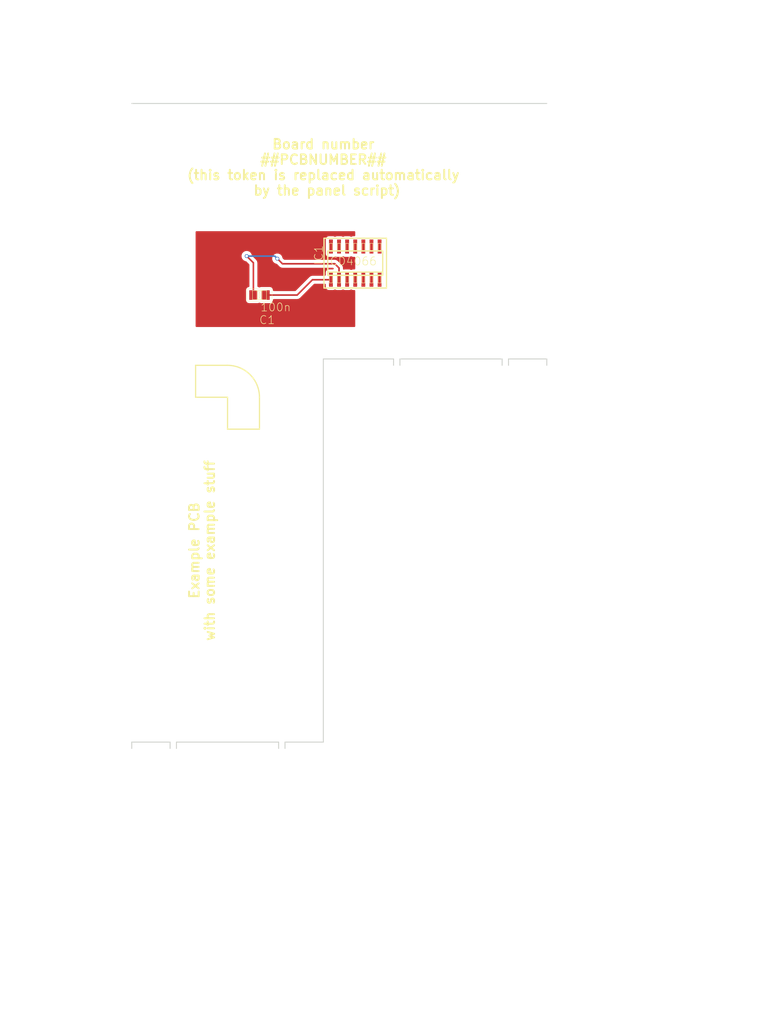
<source format=kicad_pcb>
(kicad_pcb (version 4) (host pcbnew no-vcs-found-product)

  (general
    (links 0)
    (no_connects 0)
    (area 29.714288 34.15 151.714286 194.000001)
    (thickness 1.6)
    (drawings 72)
    (tracks 13)
    (zones 0)
    (modules 2)
    (nets 1)
  )

  (page A3 portrait)
  (layers
    (0 F.Cu signal)
    (31 B.Cu signal)
    (32 B.Adhes user)
    (33 F.Adhes user)
    (34 B.Paste user)
    (35 F.Paste user)
    (36 B.SilkS user)
    (37 F.SilkS user)
    (38 B.Mask user)
    (39 F.Mask user)
    (40 Dwgs.User user)
    (41 Cmts.User user)
    (42 Eco1.User user)
    (43 Eco2.User user)
    (44 Edge.Cuts user)
    (45 Margin user)
    (46 B.CrtYd user)
    (47 F.CrtYd user)
    (48 B.Fab user)
    (49 F.Fab user)
  )

  (setup
    (last_trace_width 0.25)
    (trace_clearance 0.2)
    (zone_clearance 0.5)
    (zone_45_only no)
    (trace_min 0.2)
    (segment_width 0.2)
    (edge_width 0.15)
    (via_size 0.6)
    (via_drill 0.4)
    (via_min_size 0.4)
    (via_min_drill 0.3)
    (uvia_size 0.3)
    (uvia_drill 0.1)
    (uvias_allowed no)
    (uvia_min_size 0.2)
    (uvia_min_drill 0.1)
    (pcb_text_width 0.3)
    (pcb_text_size 1.5 1.5)
    (mod_edge_width 0.15)
    (mod_text_size 1 1)
    (mod_text_width 0.15)
    (pad_size 1.29794 1.4986)
    (pad_drill 0)
    (pad_to_mask_clearance 0.2)
    (aux_axis_origin 50 50)
    (grid_origin 50 50)
    (visible_elements 7FFFFFFF)
    (pcbplotparams
      (layerselection 0x3fffc_80000001)
      (usegerberextensions false)
      (excludeedgelayer true)
      (linewidth 0.100000)
      (plotframeref true)
      (viasonmask false)
      (mode 1)
      (useauxorigin false)
      (hpglpennumber 1)
      (hpglpenspeed 20)
      (hpglpendiameter 15)
      (hpglpenoverlay 2)
      (psnegative false)
      (psa4output false)
      (plotreference true)
      (plotvalue true)
      (plotinvisibletext false)
      (padsonsilk false)
      (subtractmaskfromsilk false)
      (outputformat 2)
      (mirror false)
      (drillshape 2)
      (scaleselection 1)
      (outputdirectory output/tmp/))
  )

  (net 0 "")

  (net_class Default "Ceci est la Netclass par défaut"
    (clearance 0.2)
    (trace_width 0.25)
    (via_dia 0.6)
    (via_drill 0.4)
    (uvia_dia 0.3)
    (uvia_drill 0.1)
  )

  (module ref-packages:-C0805 (layer F.Cu) (tedit 561825E1) (tstamp 55F30C17)
    (at 70 80)
    (descr CAPACITOR)
    (tags CAPACITOR)
    (attr smd)
    (fp_text reference C1 (at 1.2 3.9) (layer F.SilkS)
      (effects (font (size 1.27 1.27) (thickness 0.0889)))
    )
    (fp_text value 100n (at 2.54 1.905) (layer F.SilkS)
      (effects (font (size 1.27 1.27) (thickness 0.0889)))
    )
    (fp_line (start -1.08966 0.7239) (end -0.34036 0.7239) (layer F.SilkS) (width 0.06604))
    (fp_line (start -0.34036 0.7239) (end -0.34036 -0.7239) (layer F.SilkS) (width 0.06604))
    (fp_line (start -1.08966 -0.7239) (end -0.34036 -0.7239) (layer F.SilkS) (width 0.06604))
    (fp_line (start -1.08966 0.7239) (end -1.08966 -0.7239) (layer F.SilkS) (width 0.06604))
    (fp_line (start 0.3556 0.7239) (end 1.1049 0.7239) (layer F.SilkS) (width 0.06604))
    (fp_line (start 1.1049 0.7239) (end 1.1049 -0.7239) (layer F.SilkS) (width 0.06604))
    (fp_line (start 0.3556 -0.7239) (end 1.1049 -0.7239) (layer F.SilkS) (width 0.06604))
    (fp_line (start 0.3556 0.7239) (end 0.3556 -0.7239) (layer F.SilkS) (width 0.06604))
    (fp_line (start -0.09906 0.39878) (end 0.09906 0.39878) (layer F.SilkS) (width 0.06604))
    (fp_line (start 0.09906 0.39878) (end 0.09906 -0.39878) (layer F.SilkS) (width 0.06604))
    (fp_line (start -0.09906 -0.39878) (end 0.09906 -0.39878) (layer F.SilkS) (width 0.06604))
    (fp_line (start -0.09906 0.39878) (end -0.09906 -0.39878) (layer F.SilkS) (width 0.06604))
    (fp_line (start -1.97104 -0.98298) (end 1.97104 -0.98298) (layer F.SilkS) (width 0.0508))
    (fp_line (start 1.97104 0.98298) (end -1.97104 0.98298) (layer F.SilkS) (width 0.0508))
    (fp_line (start -1.97104 0.98298) (end -1.97104 -0.98298) (layer F.SilkS) (width 0.0508))
    (fp_line (start -0.381 -0.65786) (end 0.381 -0.65786) (layer F.SilkS) (width 0.1016))
    (fp_line (start -0.3556 0.65786) (end 0.381 0.65786) (layer F.SilkS) (width 0.1016))
    (fp_line (start 1.97104 -0.98298) (end 1.97104 0.98298) (layer F.SilkS) (width 0.0508))
    (pad 1 smd rect (at -0.94996 0) (size 1.29794 1.4986) (layers F.Cu F.Paste F.Mask))
    (pad 2 smd rect (at 0.94996 0) (size 1.29794 1.4986) (layers F.Cu F.Paste F.Mask))
  )

  (module ref-packages:-SO14 (layer F.Cu) (tedit 561825D8) (tstamp 55F7C7A9)
    (at 85 75)
    (descr "SMALL OUTLINE INTEGRATED CIRCUIT")
    (tags "SMALL OUTLINE INTEGRATED CIRCUIT")
    (attr smd)
    (fp_text reference IC1 (at -5.715 -1.27 90) (layer F.SilkS)
      (effects (font (size 1.27 1.27) (thickness 0.0889)))
    )
    (fp_text value CD4066 (at -0.3 -0.3) (layer F.SilkS)
      (effects (font (size 1.27 1.27) (thickness 0.0889)))
    )
    (fp_line (start -4.05384 3.0988) (end -3.56362 3.0988) (layer F.SilkS) (width 0.06604))
    (fp_line (start -3.56362 3.0988) (end -3.56362 1.99898) (layer F.SilkS) (width 0.06604))
    (fp_line (start -4.05384 1.99898) (end -3.56362 1.99898) (layer F.SilkS) (width 0.06604))
    (fp_line (start -4.05384 3.0988) (end -4.05384 1.99898) (layer F.SilkS) (width 0.06604))
    (fp_line (start -2.78384 3.0988) (end -2.29362 3.0988) (layer F.SilkS) (width 0.06604))
    (fp_line (start -2.29362 3.0988) (end -2.29362 1.99898) (layer F.SilkS) (width 0.06604))
    (fp_line (start -2.78384 1.99898) (end -2.29362 1.99898) (layer F.SilkS) (width 0.06604))
    (fp_line (start -2.78384 3.0988) (end -2.78384 1.99898) (layer F.SilkS) (width 0.06604))
    (fp_line (start -1.51384 3.0988) (end -1.02362 3.0988) (layer F.SilkS) (width 0.06604))
    (fp_line (start -1.02362 3.0988) (end -1.02362 1.99898) (layer F.SilkS) (width 0.06604))
    (fp_line (start -1.51384 1.99898) (end -1.02362 1.99898) (layer F.SilkS) (width 0.06604))
    (fp_line (start -1.51384 3.0988) (end -1.51384 1.99898) (layer F.SilkS) (width 0.06604))
    (fp_line (start -0.24384 3.0988) (end 0.24384 3.0988) (layer F.SilkS) (width 0.06604))
    (fp_line (start 0.24384 3.0988) (end 0.24384 1.99898) (layer F.SilkS) (width 0.06604))
    (fp_line (start -0.24384 1.99898) (end 0.24384 1.99898) (layer F.SilkS) (width 0.06604))
    (fp_line (start -0.24384 3.0988) (end -0.24384 1.99898) (layer F.SilkS) (width 0.06604))
    (fp_line (start -0.24384 -1.99898) (end 0.24384 -1.99898) (layer F.SilkS) (width 0.06604))
    (fp_line (start 0.24384 -1.99898) (end 0.24384 -3.0988) (layer F.SilkS) (width 0.06604))
    (fp_line (start -0.24384 -3.0988) (end 0.24384 -3.0988) (layer F.SilkS) (width 0.06604))
    (fp_line (start -0.24384 -1.99898) (end -0.24384 -3.0988) (layer F.SilkS) (width 0.06604))
    (fp_line (start -1.51384 -1.99898) (end -1.02362 -1.99898) (layer F.SilkS) (width 0.06604))
    (fp_line (start -1.02362 -1.99898) (end -1.02362 -3.0988) (layer F.SilkS) (width 0.06604))
    (fp_line (start -1.51384 -3.0988) (end -1.02362 -3.0988) (layer F.SilkS) (width 0.06604))
    (fp_line (start -1.51384 -1.99898) (end -1.51384 -3.0988) (layer F.SilkS) (width 0.06604))
    (fp_line (start -2.78384 -1.99898) (end -2.29362 -1.99898) (layer F.SilkS) (width 0.06604))
    (fp_line (start -2.29362 -1.99898) (end -2.29362 -3.0988) (layer F.SilkS) (width 0.06604))
    (fp_line (start -2.78384 -3.0988) (end -2.29362 -3.0988) (layer F.SilkS) (width 0.06604))
    (fp_line (start -2.78384 -1.99898) (end -2.78384 -3.0988) (layer F.SilkS) (width 0.06604))
    (fp_line (start -4.05384 -1.99898) (end -3.56362 -1.99898) (layer F.SilkS) (width 0.06604))
    (fp_line (start -3.56362 -1.99898) (end -3.56362 -3.0988) (layer F.SilkS) (width 0.06604))
    (fp_line (start -4.05384 -3.0988) (end -3.56362 -3.0988) (layer F.SilkS) (width 0.06604))
    (fp_line (start -4.05384 -1.99898) (end -4.05384 -3.0988) (layer F.SilkS) (width 0.06604))
    (fp_line (start 1.02362 3.0988) (end 1.51384 3.0988) (layer F.SilkS) (width 0.06604))
    (fp_line (start 1.51384 3.0988) (end 1.51384 1.99898) (layer F.SilkS) (width 0.06604))
    (fp_line (start 1.02362 1.99898) (end 1.51384 1.99898) (layer F.SilkS) (width 0.06604))
    (fp_line (start 1.02362 3.0988) (end 1.02362 1.99898) (layer F.SilkS) (width 0.06604))
    (fp_line (start 2.29362 3.0988) (end 2.78384 3.0988) (layer F.SilkS) (width 0.06604))
    (fp_line (start 2.78384 3.0988) (end 2.78384 1.99898) (layer F.SilkS) (width 0.06604))
    (fp_line (start 2.29362 1.99898) (end 2.78384 1.99898) (layer F.SilkS) (width 0.06604))
    (fp_line (start 2.29362 3.0988) (end 2.29362 1.99898) (layer F.SilkS) (width 0.06604))
    (fp_line (start 3.56362 3.0988) (end 4.05384 3.0988) (layer F.SilkS) (width 0.06604))
    (fp_line (start 4.05384 3.0988) (end 4.05384 1.99898) (layer F.SilkS) (width 0.06604))
    (fp_line (start 3.56362 1.99898) (end 4.05384 1.99898) (layer F.SilkS) (width 0.06604))
    (fp_line (start 3.56362 3.0988) (end 3.56362 1.99898) (layer F.SilkS) (width 0.06604))
    (fp_line (start 3.56362 -1.99898) (end 4.05384 -1.99898) (layer F.SilkS) (width 0.06604))
    (fp_line (start 4.05384 -1.99898) (end 4.05384 -3.0988) (layer F.SilkS) (width 0.06604))
    (fp_line (start 3.56362 -3.0988) (end 4.05384 -3.0988) (layer F.SilkS) (width 0.06604))
    (fp_line (start 3.56362 -1.99898) (end 3.56362 -3.0988) (layer F.SilkS) (width 0.06604))
    (fp_line (start 2.29362 -1.99898) (end 2.78384 -1.99898) (layer F.SilkS) (width 0.06604))
    (fp_line (start 2.78384 -1.99898) (end 2.78384 -3.0988) (layer F.SilkS) (width 0.06604))
    (fp_line (start 2.29362 -3.0988) (end 2.78384 -3.0988) (layer F.SilkS) (width 0.06604))
    (fp_line (start 2.29362 -1.99898) (end 2.29362 -3.0988) (layer F.SilkS) (width 0.06604))
    (fp_line (start 1.02362 -1.99898) (end 1.51384 -1.99898) (layer F.SilkS) (width 0.06604))
    (fp_line (start 1.51384 -1.99898) (end 1.51384 -3.0988) (layer F.SilkS) (width 0.06604))
    (fp_line (start 1.02362 -3.0988) (end 1.51384 -3.0988) (layer F.SilkS) (width 0.06604))
    (fp_line (start 1.02362 -1.99898) (end 1.02362 -3.0988) (layer F.SilkS) (width 0.06604))
    (fp_line (start -4.89458 -3.8989) (end 4.89458 -3.8989) (layer F.SilkS) (width 0.19812))
    (fp_line (start 4.89458 3.8989) (end -4.89458 3.8989) (layer F.SilkS) (width 0.19812))
    (fp_line (start -4.89458 3.8989) (end -4.89458 -3.8989) (layer F.SilkS) (width 0.19812))
    (fp_line (start 4.30276 1.89992) (end -4.30276 1.89992) (layer F.SilkS) (width 0.2032))
    (fp_line (start -4.30276 1.89992) (end -4.30276 1.39954) (layer F.SilkS) (width 0.2032))
    (fp_line (start -4.30276 1.39954) (end -4.30276 -1.89992) (layer F.SilkS) (width 0.2032))
    (fp_line (start 4.30276 1.39954) (end -4.30276 1.39954) (layer F.SilkS) (width 0.2032))
    (fp_line (start 4.30276 -1.89992) (end 4.30276 1.39954) (layer F.SilkS) (width 0.2032))
    (fp_line (start 4.30276 1.39954) (end 4.30276 1.89992) (layer F.SilkS) (width 0.2032))
    (fp_line (start 4.89458 -3.8989) (end 4.89458 3.8989) (layer F.SilkS) (width 0.19812))
    (fp_line (start -4.30276 -1.89992) (end 4.30276 -1.89992) (layer F.SilkS) (width 0.2032))
    (pad 1 smd rect (at -3.81 2.59842) (size 0.59944 2.19964) (layers F.Cu F.Paste F.Mask))
    (pad 2 smd rect (at -2.54 2.59842) (size 0.59944 2.19964) (layers F.Cu F.Paste F.Mask))
    (pad 3 smd rect (at -1.27 2.59842) (size 0.59944 2.19964) (layers F.Cu F.Paste F.Mask))
    (pad 4 smd rect (at 0 2.59842) (size 0.59944 2.19964) (layers F.Cu F.Paste F.Mask))
    (pad 5 smd rect (at 1.27 2.59842) (size 0.59944 2.19964) (layers F.Cu F.Paste F.Mask))
    (pad 6 smd rect (at 2.54 2.59842) (size 0.59944 2.19964) (layers F.Cu F.Paste F.Mask))
    (pad 7 smd rect (at 3.81 2.59842) (size 0.59944 2.19964) (layers F.Cu F.Paste F.Mask))
    (pad 8 smd rect (at 3.81 -2.59842) (size 0.59944 2.19964) (layers F.Cu F.Paste F.Mask))
    (pad 9 smd rect (at 2.54 -2.59842) (size 0.59944 2.19964) (layers F.Cu F.Paste F.Mask))
    (pad 10 smd rect (at 1.27 -2.59842) (size 0.59944 2.19964) (layers F.Cu F.Paste F.Mask))
    (pad 11 smd rect (at 0 -2.59842) (size 0.59944 2.19964) (layers F.Cu F.Paste F.Mask))
    (pad 12 smd rect (at -1.27 -2.59842) (size 0.59944 2.19964) (layers F.Cu F.Paste F.Mask))
    (pad 13 smd rect (at -2.54 -2.59842) (size 0.59944 2.19964) (layers F.Cu F.Paste F.Mask))
    (pad 14 smd rect (at -3.81 -2.59842) (size 0.59944 2.19964) (layers F.Cu F.Paste F.Mask))
  )

  (gr_line (start 90 138) (end 75 150) (angle 90) (layer Cmts.User) (width 0.2))
  (gr_line (start 83 120) (end 89 101) (angle 90) (layer Cmts.User) (width 0.2))
  (gr_text "Board number\n##PCBNUMBER##\n(this token is replaced automatically\n by the panel script)" (at 80 60) (layer F.SilkS)
    (effects (font (size 1.5 1.5) (thickness 0.3)))
  )
  (gr_line (start 70 101) (end 65 101) (angle 90) (layer F.SilkS) (width 0.2))
  (gr_line (start 70 96) (end 70 101) (angle 90) (layer F.SilkS) (width 0.2))
  (gr_line (start 60 91) (end 65 91) (angle 90) (layer F.SilkS) (width 0.2))
  (gr_line (start 60 96) (end 60 91) (angle 90) (layer F.SilkS) (width 0.2))
  (gr_line (start 65 96) (end 60 96) (angle 90) (layer F.SilkS) (width 0.2))
  (gr_line (start 65 96) (end 65 101) (angle 90) (layer F.SilkS) (width 0.2))
  (gr_arc (start 65 96) (end 65 91) (angle 90) (layer F.SilkS) (width 0.2))
  (gr_line (start 115 92) (end 115 91) (angle 90) (layer Cmts.User) (width 0.2))
  (gr_line (start 115 90) (end 115 91) (angle 90) (layer Edge.Cuts) (width 0.15))
  (gr_line (start 115 90) (end 115 50) (angle 90) (layer Cmts.User) (width 0.5))
  (gr_line (start 50 150) (end 50 50) (angle 90) (layer Cmts.User) (width 0.5))
  (gr_line (start 50 152) (end 50 151) (angle 90) (layer Cmts.User) (width 0.2))
  (gr_line (start 50 150) (end 50 151) (angle 90) (layer Edge.Cuts) (width 0.15))
  (gr_text "Example PCB\nwith some example stuff" (at 61 120 90) (layer F.SilkS)
    (effects (font (size 1.5 1.5) (thickness 0.3)))
  )
  (dimension 144 (width 0.3) (layer Cmts.User)
    (gr_text "144,000 mm" (at 144.35 122 90) (layer Cmts.User)
      (effects (font (size 1.5 1.5) (thickness 0.3)))
    )
    (feature1 (pts (xy 122 50) (xy 145.7 50)))
    (feature2 (pts (xy 122 194) (xy 145.7 194)))
    (crossbar (pts (xy 143 194) (xy 143 50)))
    (arrow1a (pts (xy 143 50) (xy 143.586421 51.126504)))
    (arrow1b (pts (xy 143 50) (xy 142.413579 51.126504)))
    (arrow2a (pts (xy 143 194) (xy 143.586421 192.873496)))
    (arrow2b (pts (xy 143 194) (xy 142.413579 192.873496)))
  )
  (dimension 142 (width 0.3) (layer Cmts.User)
    (gr_text "142,000 mm" (at 137.35 121 90) (layer Cmts.User)
      (effects (font (size 1.5 1.5) (thickness 0.3)))
    )
    (feature1 (pts (xy 122 50) (xy 138.7 50)))
    (feature2 (pts (xy 122 192) (xy 138.7 192)))
    (crossbar (pts (xy 136 192) (xy 136 50)))
    (arrow1a (pts (xy 136 50) (xy 136.586421 51.126504)))
    (arrow1b (pts (xy 136 50) (xy 135.413579 51.126504)))
    (arrow2a (pts (xy 136 192) (xy 136.586421 190.873496)))
    (arrow2b (pts (xy 136 192) (xy 135.413579 190.873496)))
  )
  (dimension 100 (width 0.3) (layer Cmts.User)
    (gr_text "100,000 mm" (at 131.35 100 90) (layer Cmts.User)
      (effects (font (size 1.5 1.5) (thickness 0.3)))
    )
    (feature1 (pts (xy 122 50) (xy 132.7 50)))
    (feature2 (pts (xy 122 150) (xy 132.7 150)))
    (crossbar (pts (xy 130 150) (xy 130 50)))
    (arrow1a (pts (xy 130 50) (xy 130.586421 51.126504)))
    (arrow1b (pts (xy 130 50) (xy 129.413579 51.126504)))
    (arrow2a (pts (xy 130 150) (xy 130.586421 148.873496)))
    (arrow2b (pts (xy 130 150) (xy 129.413579 148.873496)))
  )
  (gr_text "router tool" (at 32 152 270) (layer Cmts.User)
    (effects (font (size 1.5 1.5) (thickness 0.3)))
  )
  (dimension 2 (width 0.3) (layer Cmts.User)
    (gr_text "2,000 mm" (at 35.650001 151 270) (layer Cmts.User)
      (effects (font (size 1.5 1.5) (thickness 0.3)))
    )
    (feature1 (pts (xy 43 152) (xy 34.300001 152)))
    (feature2 (pts (xy 43 150) (xy 34.300001 150)))
    (crossbar (pts (xy 37.000001 150) (xy 37.000001 152)))
    (arrow1a (pts (xy 37.000001 152) (xy 36.41358 150.873496)))
    (arrow1b (pts (xy 37.000001 152) (xy 37.586422 150.873496)))
    (arrow2a (pts (xy 37.000001 150) (xy 36.41358 151.126504)))
    (arrow2b (pts (xy 37.000001 150) (xy 37.586422 151.126504)))
  )
  (gr_text "Rotation center\nfor next board" (at 97 98) (layer Cmts.User)
    (effects (font (size 1.5 1.5) (thickness 0.3)))
  )
  (gr_line (start 82.5 121) (end 82.5 122) (angle 90) (layer Cmts.User) (width 0.2))
  (gr_line (start 82.5 121) (end 81.5 121) (angle 90) (layer Cmts.User) (width 0.2))
  (gr_line (start 82.5 121) (end 82.5 120) (angle 90) (layer Cmts.User) (width 0.2))
  (gr_line (start 82.5 121) (end 83.5 121) (angle 90) (layer Cmts.User) (width 0.2))
  (gr_text "Outline of the next Board\n@ 180°" (at 99 189) (layer Cmts.User)
    (effects (font (size 1.5 1.5) (thickness 0.3)))
  )
  (gr_line (start 115 192) (end 115 92) (angle 90) (layer Cmts.User) (width 0.2))
  (gr_line (start 50 192) (end 115 192) (angle 90) (layer Cmts.User) (width 0.2))
  (gr_line (start 50 152) (end 50 192) (angle 90) (layer Cmts.User) (width 0.2))
  (gr_line (start 85 92) (end 85 152) (angle 90) (layer Cmts.User) (width 0.2))
  (gr_line (start 109 92) (end 115 92) (angle 90) (layer Cmts.User) (width 0.2))
  (gr_line (start 109 91) (end 109 92) (angle 90) (layer Cmts.User) (width 0.2))
  (gr_line (start 108 92) (end 108 91) (angle 90) (layer Cmts.User) (width 0.2))
  (gr_line (start 92 92) (end 108 92) (angle 90) (layer Cmts.User) (width 0.2))
  (gr_line (start 92 91) (end 92 92) (angle 90) (layer Cmts.User) (width 0.2))
  (gr_line (start 91 92) (end 91 91) (angle 90) (layer Cmts.User) (width 0.2))
  (gr_line (start 85 92) (end 91 92) (angle 90) (layer Cmts.User) (width 0.2))
  (gr_line (start 74 152) (end 85 152) (angle 90) (layer Cmts.User) (width 0.2))
  (gr_line (start 74 151) (end 74 152) (angle 90) (layer Cmts.User) (width 0.2))
  (gr_line (start 73 152) (end 73 151) (angle 90) (layer Cmts.User) (width 0.2))
  (gr_line (start 57 152) (end 73 152) (angle 90) (layer Cmts.User) (width 0.2))
  (gr_line (start 57 151) (end 57 152) (angle 90) (layer Cmts.User) (width 0.2))
  (gr_line (start 56 152) (end 50 152) (angle 90) (layer Cmts.User) (width 0.2))
  (gr_line (start 56 151) (end 56 152) (angle 90) (layer Cmts.User) (width 0.2))
  (gr_line (start 91 90) (end 80 90) (angle 90) (layer Edge.Cuts) (width 0.15))
  (gr_line (start 108 90) (end 92 90) (angle 90) (layer Edge.Cuts) (width 0.15))
  (gr_line (start 115 90) (end 109 90) (angle 90) (layer Edge.Cuts) (width 0.15))
  (gr_line (start 109 91) (end 109 90) (angle 90) (layer Edge.Cuts) (width 0.15))
  (gr_line (start 108 90) (end 108 91) (angle 90) (layer Edge.Cuts) (width 0.15))
  (gr_line (start 92 91) (end 92 90) (angle 90) (layer Edge.Cuts) (width 0.15))
  (gr_line (start 91 90) (end 91 91) (angle 90) (layer Edge.Cuts) (width 0.15))
  (gr_line (start 56 150) (end 50 150) (angle 90) (layer Edge.Cuts) (width 0.15))
  (gr_line (start 73 150) (end 57 150) (angle 90) (layer Edge.Cuts) (width 0.15))
  (gr_line (start 74 150) (end 80 150) (angle 90) (layer Edge.Cuts) (width 0.15))
  (gr_line (start 73 151) (end 73 150) (angle 90) (layer Edge.Cuts) (width 0.15))
  (gr_line (start 74 150) (end 74 151) (angle 90) (layer Edge.Cuts) (width 0.15))
  (gr_line (start 57 151) (end 57 150) (angle 90) (layer Edge.Cuts) (width 0.15))
  (gr_line (start 56 150) (end 56 151) (angle 90) (layer Edge.Cuts) (width 0.15))
  (dimension 30 (width 0.3) (layer Cmts.User)
    (gr_text "30,000 mm" (at 65 165) (layer Cmts.User)
      (effects (font (size 1.5 1.5) (thickness 0.3)))
    )
    (feature1 (pts (xy 80 156) (xy 80 165.699999)))
    (feature2 (pts (xy 50 156) (xy 50 165.699999)))
    (crossbar (pts (xy 50 162.999999) (xy 80 162.999999)))
    (arrow1a (pts (xy 80 162.999999) (xy 78.873496 163.58642)))
    (arrow1b (pts (xy 80 162.999999) (xy 78.873496 162.413578)))
    (arrow2a (pts (xy 50 162.999999) (xy 51.126504 163.58642)))
    (arrow2b (pts (xy 50 162.999999) (xy 51.126504 162.413578)))
  )
  (gr_text "The Board outline needs to\njoin precisely\nwith that of\nadjacent boards\nUse the grid for that !\nAdditionnal outlines for the last boards\ncan be put in the \"panel common\" file" (at 99 134 90) (layer Cmts.User)
    (effects (font (size 1.5 1.5) (thickness 0.3)))
  )
  (gr_text "routed edge" (at 77 117 90) (layer Cmts.User)
    (effects (font (size 1.5 1.5) (thickness 0.3)))
  )
  (gr_text "routed edge" (at 67 148) (layer Cmts.User)
    (effects (font (size 1.5 1.5) (thickness 0.3)))
  )
  (gr_text "routed edge" (at 83 52) (layer Cmts.User)
    (effects (font (size 1.5 1.5) (thickness 0.3)))
  )
  (gr_text "V-scored edge" (at 113 68 90) (layer Cmts.User)
    (effects (font (size 1.5 1.5) (thickness 0.3)))
  )
  (gr_text "V-scored edge" (at 52 101 90) (layer Cmts.User)
    (effects (font (size 1.5 1.5) (thickness 0.3)))
  )
  (gr_text "including v-scoring tool" (at 81 39) (layer Cmts.User)
    (effects (font (size 1.5 1.5) (thickness 0.3)))
  )
  (gr_text "including routing tool" (at 147 122 90) (layer Cmts.User)
    (effects (font (size 1.5 1.5) (thickness 0.3)))
  )
  (dimension 65 (width 0.3) (layer Cmts.User)
    (gr_text "65,000 mm" (at 82.5 35.65) (layer Cmts.User)
      (effects (font (size 1.5 1.5) (thickness 0.3)))
    )
    (feature1 (pts (xy 115 47) (xy 115 34.3)))
    (feature2 (pts (xy 50 47) (xy 50 34.3)))
    (crossbar (pts (xy 50 37) (xy 115 37)))
    (arrow1a (pts (xy 115 37) (xy 113.873496 37.586421)))
    (arrow1b (pts (xy 115 37) (xy 113.873496 36.413579)))
    (arrow2a (pts (xy 50 37) (xy 51.126504 37.586421)))
    (arrow2b (pts (xy 50 37) (xy 51.126504 36.413579)))
  )
  (gr_line (start 80 90) (end 80 150) (angle 90) (layer Edge.Cuts) (width 0.15))
  (gr_line (start 50 50) (end 115 50) (angle 90) (layer Edge.Cuts) (width 0.15))

  (segment (start 82.46 77.59842) (end 82.46 75.76) (width 0.25) (layer F.Cu) (net 0))
  (segment (start 69.05004 74.95004) (end 69.05004 80) (width 0.25) (layer F.Cu) (net 0) (tstamp 55F7CA9B))
  (segment (start 68 73.9) (end 69.05004 74.95004) (width 0.25) (layer F.Cu) (net 0) (tstamp 55F7CA9A))
  (via (at 68 73.9) (size 0.6) (drill 0.4) (layers F.Cu B.Cu) (net 0))
  (segment (start 72.4 73.9) (end 68 73.9) (width 0.25) (layer B.Cu) (net 0) (tstamp 55F7CA98))
  (segment (start 72.8 74.3) (end 72.4 73.9) (width 0.25) (layer B.Cu) (net 0) (tstamp 55F7CA97))
  (via (at 72.8 74.3) (size 0.6) (drill 0.4) (layers F.Cu B.Cu) (net 0))
  (segment (start 73.6 75.1) (end 72.8 74.3) (width 0.25) (layer F.Cu) (net 0) (tstamp 55F7CA95))
  (segment (start 81.8 75.1) (end 73.6 75.1) (width 0.25) (layer F.Cu) (net 0) (tstamp 55F7CA94))
  (segment (start 82.46 75.76) (end 81.8 75.1) (width 0.25) (layer F.Cu) (net 0) (tstamp 55F7CA93))
  (segment (start 70.94996 80) (end 75.9 80) (width 0.25) (layer F.Cu) (net 0))
  (segment (start 78.30158 77.59842) (end 81.19 77.59842) (width 0.25) (layer F.Cu) (net 0) (tstamp 55F7CA8F))
  (segment (start 75.9 80) (end 78.30158 77.59842) (width 0.25) (layer F.Cu) (net 0) (tstamp 55F7CA8D))

  (zone (net 0) (net_name "") (layer F.Cu) (tstamp 55F7CAB9) (hatch edge 0.508)
    (connect_pads (clearance 0.5))
    (min_thickness 0.254)
    (fill yes (arc_segments 16) (thermal_gap 0.508) (thermal_bridge_width 0.508))
    (polygon
      (pts
        (xy 60 85) (xy 85 85) (xy 85 70) (xy 60 70)
      )
    )
    (filled_polygon
      (pts
        (xy 72.23393 80.77138) (xy 72.23393 80.87561) (xy 72.195887 80.967455) (xy 72.191828 80.988373) (xy 72.17936 81.007353)
        (xy 72.137257 81.108999) (xy 72.065365 81.180891) (xy 72.0538 81.198496) (xy 72.035213 81.211042) (xy 71.958628 81.287627)
        (xy 71.863193 81.327158) (xy 71.845425 81.339151) (xy 71.823739 81.3435) (xy 71.725239 81.3843) (xy 71.620292 81.3843)
        (xy 71.59893 81.388584) (xy 70.30099 81.388584) (xy 70.27891 81.3843) (xy 70.174681 81.3843) (xy 70.082837 81.346257)
        (xy 70.061917 81.342198) (xy 70.042935 81.329729) (xy 70 81.311945) (xy 69.963273 81.327158) (xy 69.945505 81.339151)
        (xy 69.923819 81.3435) (xy 69.825319 81.3843) (xy 69.720372 81.3843) (xy 69.69901 81.388584) (xy 68.40107 81.388584)
        (xy 68.37899 81.3843) (xy 68.274761 81.3843) (xy 68.182917 81.346257) (xy 68.161997 81.342198) (xy 68.143015 81.329729)
        (xy 68.041372 81.287627) (xy 67.969479 81.215735) (xy 67.951874 81.20417) (xy 67.939328 81.185584) (xy 67.862743 81.108999)
        (xy 67.823211 81.013561) (xy 67.811219 80.995795) (xy 67.80687 80.974111) (xy 67.76607 80.87561) (xy 67.76607 80.770662)
        (xy 67.761786 80.7493) (xy 67.761786 79.2507) (xy 67.76607 79.22862) (xy 67.76607 79.12439) (xy 67.804113 79.032545)
        (xy 67.808172 79.011627) (xy 67.82064 78.992647) (xy 67.862743 78.891001) (xy 67.934635 78.819109) (xy 67.9462 78.801504)
        (xy 67.964787 78.788958) (xy 68.041372 78.712373) (xy 68.136807 78.672842) (xy 68.154575 78.660849) (xy 68.176261 78.6565)
        (xy 68.274761 78.6157) (xy 68.29804 78.6157) (xy 68.29804 75.261528) (xy 67.863632 74.82712) (xy 67.816417 74.827161)
        (xy 67.475583 74.686331) (xy 67.214586 74.425789) (xy 67.073161 74.085201) (xy 67.072839 73.716417) (xy 67.213669 73.375583)
        (xy 67.474211 73.114586) (xy 67.814799 72.973161) (xy 68.183583 72.972839) (xy 68.524417 73.113669) (xy 68.785414 73.374211)
        (xy 68.926839 73.714799) (xy 68.926881 73.763393) (xy 69.581784 74.418296) (xy 69.625407 74.483583) (xy 69.744797 74.662262)
        (xy 69.80204 74.95004) (xy 69.80204 78.6157) (xy 69.825319 78.6157) (xy 69.917163 78.653743) (xy 69.938083 78.657802)
        (xy 69.957065 78.670271) (xy 70 78.688055) (xy 70.036727 78.672842) (xy 70.054495 78.660849) (xy 70.076181 78.6565)
        (xy 70.174681 78.6157) (xy 70.279628 78.6157) (xy 70.30099 78.611416) (xy 71.59893 78.611416) (xy 71.62101 78.6157)
        (xy 71.725239 78.6157) (xy 71.817083 78.653743) (xy 71.838003 78.657802) (xy 71.856985 78.670271) (xy 71.958628 78.712373)
        (xy 72.030521 78.784265) (xy 72.048126 78.79583) (xy 72.060672 78.814416) (xy 72.137257 78.891001) (xy 72.176789 78.986439)
        (xy 72.188781 79.004205) (xy 72.19313 79.025889) (xy 72.23393 79.12439) (xy 72.23393 79.229338) (xy 72.237673 79.248)
        (xy 75.588512 79.248) (xy 77.769836 77.066676) (xy 78.013802 76.903663) (xy 78.30158 76.84642) (xy 80.250996 76.84642)
        (xy 80.250996 76.4986) (xy 80.25528 76.47652) (xy 80.25528 76.37229) (xy 80.293323 76.280445) (xy 80.297382 76.259527)
        (xy 80.30985 76.240547) (xy 80.351953 76.138901) (xy 80.423845 76.067009) (xy 80.43541 76.049404) (xy 80.453997 76.036858)
        (xy 80.530582 75.960273) (xy 80.626017 75.920742) (xy 80.643785 75.908749) (xy 80.665471 75.9044) (xy 80.763971 75.8636)
        (xy 80.868918 75.8636) (xy 80.89028 75.859316) (xy 81.48972 75.859316) (xy 81.497298 75.860786) (xy 81.488512 75.852)
        (xy 73.6 75.852) (xy 73.312222 75.794757) (xy 73.068256 75.631744) (xy 72.663632 75.22712) (xy 72.616417 75.227161)
        (xy 72.275583 75.086331) (xy 72.014586 74.825789) (xy 71.873161 74.485201) (xy 71.872839 74.116417) (xy 72.013669 73.775583)
        (xy 72.274211 73.514586) (xy 72.614799 73.373161) (xy 72.983583 73.372839) (xy 73.324417 73.513669) (xy 73.585414 73.774211)
        (xy 73.726839 74.114799) (xy 73.726881 74.163393) (xy 73.911488 74.348) (xy 81.8 74.348) (xy 82.087778 74.405243)
        (xy 82.331744 74.568256) (xy 82.991744 75.228256) (xy 83.154757 75.472222) (xy 83.212 75.76) (xy 83.212 75.901696)
        (xy 83.303971 75.8636) (xy 83.408918 75.8636) (xy 83.43028 75.859316) (xy 84.02972 75.859316) (xy 84.0518 75.8636)
        (xy 84.156029 75.8636) (xy 84.247873 75.901643) (xy 84.268793 75.905702) (xy 84.287775 75.918171) (xy 84.365 75.950159)
        (xy 84.436017 75.920742) (xy 84.453785 75.908749) (xy 84.475471 75.9044) (xy 84.573971 75.8636) (xy 84.678918 75.8636)
        (xy 84.70028 75.859316) (xy 84.873 75.859316) (xy 84.873 74.140684) (xy 84.70028 74.140684) (xy 84.6782 74.1364)
        (xy 84.573971 74.1364) (xy 84.482127 74.098357) (xy 84.461207 74.094298) (xy 84.442225 74.081829) (xy 84.365 74.049841)
        (xy 84.293983 74.079258) (xy 84.276215 74.091251) (xy 84.254529 74.0956) (xy 84.156029 74.1364) (xy 84.051082 74.1364)
        (xy 84.02972 74.140684) (xy 83.43028 74.140684) (xy 83.4082 74.1364) (xy 83.303971 74.1364) (xy 83.212127 74.098357)
        (xy 83.191207 74.094298) (xy 83.172225 74.081829) (xy 83.095 74.049841) (xy 83.023983 74.079258) (xy 83.006215 74.091251)
        (xy 82.984529 74.0956) (xy 82.886029 74.1364) (xy 82.781082 74.1364) (xy 82.75972 74.140684) (xy 82.16028 74.140684)
        (xy 82.1382 74.1364) (xy 82.033971 74.1364) (xy 81.942127 74.098357) (xy 81.921207 74.094298) (xy 81.902225 74.081829)
        (xy 81.825 74.049841) (xy 81.753983 74.079258) (xy 81.736215 74.091251) (xy 81.714529 74.0956) (xy 81.616029 74.1364)
        (xy 81.511082 74.1364) (xy 81.48972 74.140684) (xy 80.89028 74.140684) (xy 80.8682 74.1364) (xy 80.763971 74.1364)
        (xy 80.672127 74.098357) (xy 80.651207 74.094298) (xy 80.632225 74.081829) (xy 80.530582 74.039727) (xy 80.458689 73.967835)
        (xy 80.441084 73.95627) (xy 80.428538 73.937684) (xy 80.351953 73.861099) (xy 80.312421 73.765661) (xy 80.300429 73.747895)
        (xy 80.29608 73.726211) (xy 80.25528 73.62771) (xy 80.25528 73.522762) (xy 80.250996 73.5014) (xy 80.250996 71.30176)
        (xy 80.25528 71.27968) (xy 80.25528 71.17545) (xy 80.293323 71.083605) (xy 80.297382 71.062687) (xy 80.30985 71.043707)
        (xy 80.351953 70.942061) (xy 80.423845 70.870169) (xy 80.43541 70.852564) (xy 80.453997 70.840018) (xy 80.530582 70.763433)
        (xy 80.626017 70.723902) (xy 80.643785 70.711909) (xy 80.665471 70.70756) (xy 80.763971 70.66676) (xy 80.868918 70.66676)
        (xy 80.89028 70.662476) (xy 81.48972 70.662476) (xy 81.5118 70.66676) (xy 81.616029 70.66676) (xy 81.707873 70.704803)
        (xy 81.728793 70.708862) (xy 81.747775 70.721331) (xy 81.825 70.753319) (xy 81.896017 70.723902) (xy 81.913785 70.711909)
        (xy 81.935471 70.70756) (xy 82.033971 70.66676) (xy 82.138918 70.66676) (xy 82.16028 70.662476) (xy 82.75972 70.662476)
        (xy 82.7818 70.66676) (xy 82.886029 70.66676) (xy 82.977873 70.704803) (xy 82.998793 70.708862) (xy 83.017775 70.721331)
        (xy 83.095 70.753319) (xy 83.166017 70.723902) (xy 83.183785 70.711909) (xy 83.205471 70.70756) (xy 83.303971 70.66676)
        (xy 83.408918 70.66676) (xy 83.43028 70.662476) (xy 84.02972 70.662476) (xy 84.0518 70.66676) (xy 84.156029 70.66676)
        (xy 84.247873 70.704803) (xy 84.268793 70.708862) (xy 84.287775 70.721331) (xy 84.365 70.753319) (xy 84.436017 70.723902)
        (xy 84.453785 70.711909) (xy 84.475471 70.70756) (xy 84.573971 70.66676) (xy 84.678918 70.66676) (xy 84.70028 70.662476)
        (xy 84.873 70.662476) (xy 84.873 70.127) (xy 60.127 70.127) (xy 60.127 84.873) (xy 84.873 84.873)
        (xy 84.873 79.337524) (xy 84.70028 79.337524) (xy 84.6782 79.33324) (xy 84.573971 79.33324) (xy 84.482127 79.295197)
        (xy 84.461207 79.291138) (xy 84.442225 79.278669) (xy 84.365 79.246681) (xy 84.293983 79.276098) (xy 84.276215 79.288091)
        (xy 84.254529 79.29244) (xy 84.156029 79.33324) (xy 84.051082 79.33324) (xy 84.02972 79.337524) (xy 83.43028 79.337524)
        (xy 83.4082 79.33324) (xy 83.303971 79.33324) (xy 83.212127 79.295197) (xy 83.191207 79.291138) (xy 83.172225 79.278669)
        (xy 83.095 79.246681) (xy 83.023983 79.276098) (xy 83.006215 79.288091) (xy 82.984529 79.29244) (xy 82.886029 79.33324)
        (xy 82.781082 79.33324) (xy 82.75972 79.337524) (xy 82.16028 79.337524) (xy 82.1382 79.33324) (xy 82.033971 79.33324)
        (xy 81.942127 79.295197) (xy 81.921207 79.291138) (xy 81.902225 79.278669) (xy 81.825 79.246681) (xy 81.753983 79.276098)
        (xy 81.736215 79.288091) (xy 81.714529 79.29244) (xy 81.616029 79.33324) (xy 81.511082 79.33324) (xy 81.48972 79.337524)
        (xy 80.89028 79.337524) (xy 80.8682 79.33324) (xy 80.763971 79.33324) (xy 80.672127 79.295197) (xy 80.651207 79.291138)
        (xy 80.632225 79.278669) (xy 80.530582 79.236567) (xy 80.458689 79.164675) (xy 80.441084 79.15311) (xy 80.428538 79.134524)
        (xy 80.351953 79.057939) (xy 80.312421 78.962501) (xy 80.300429 78.944735) (xy 80.29608 78.923051) (xy 80.25528 78.82455)
        (xy 80.25528 78.719602) (xy 80.250996 78.69824) (xy 80.250996 78.35042) (xy 78.613068 78.35042) (xy 76.431744 80.531744)
        (xy 76.187778 80.694757) (xy 75.9 80.752) (xy 72.23769 80.752) (xy 72.23393 80.77138)
      )
    )
  )
)

</source>
